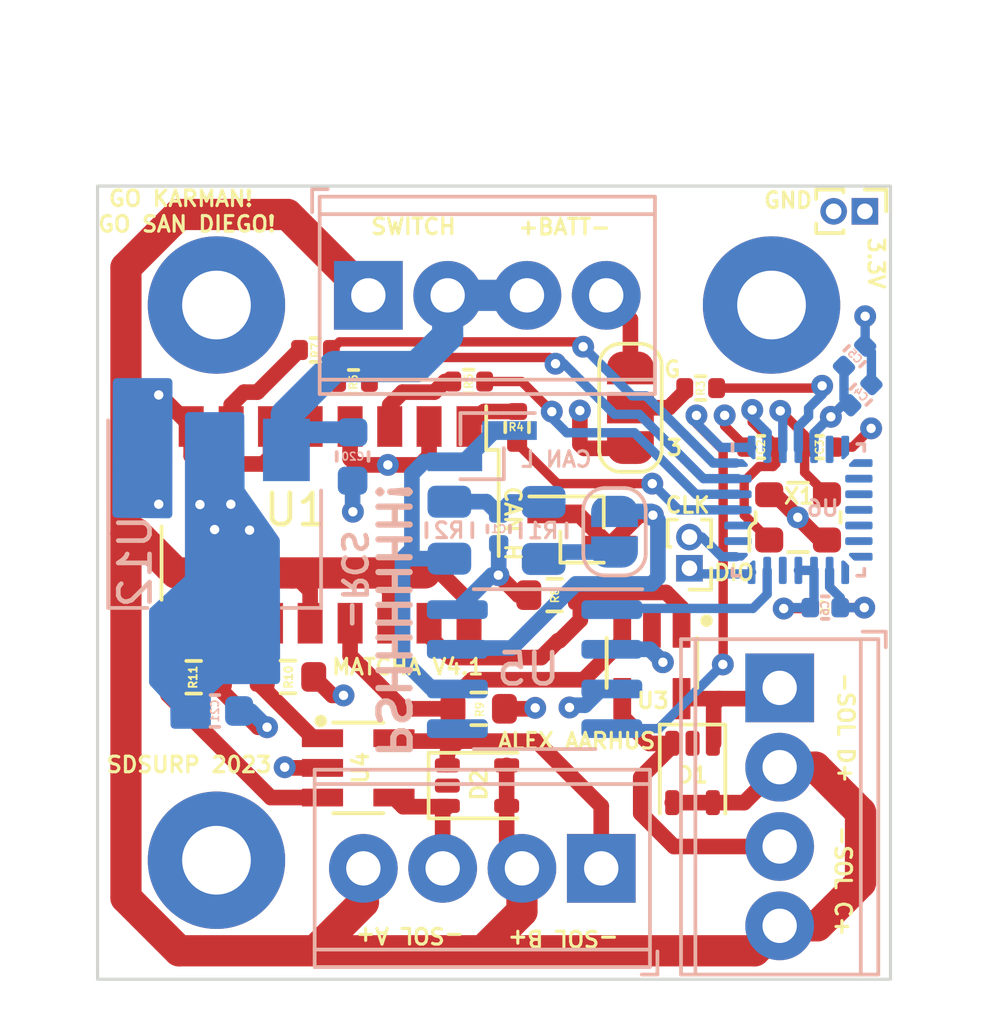
<source format=kicad_pcb>
(kicad_pcb (version 20221018) (generator pcbnew)
  (layers (0 "F.Cu" signal) (1 "In1.Cu" power) (2 "In2.Cu" power) (31 "B.Cu" signal) (34 "B.Paste" user) (35 "F.Paste" user) (36 "B.SilkS" user "B.Silkscreen") (37 "F.SilkS" user "F.Silkscreen") (38 "B.Mask" user) (39 "F.Mask" user) (44 "Edge.Cuts" user))
  (net 0 "")
  (net 1 "Net-(C1-Pad1)")
  (net 2 "GND")
  (net 3 "RCC_OSC_IN")
  (net 4 "RCC_OSC_OUT")
  (net 5 "3.3V")
  (net 6 "BATT+")
  (net 7 "SOLA")
  (net 9 "SOLB")
  (net 10 "PWR")
  (net 11 "SOLC")
  (net 13 "SOLD")
  (net 14 "CAN_L")
  (net 15 "CAN_H")
  (net 16 "SYS_JTCK_SWCLK")
  (net 17 "SYS_JTMS-SWDIO")
  (net 18 "Net-(R1-Pad1)")
  (net 19 "BOOT0")
  (net 20 "Net-(R3-Pad2)")
  (net 21 "Net-(R4-Pad1)")
  (net 22 "SOL_D_ENABLE")
  (net 23 "Net-(R5-Pad1)")
  (net 24 "SOL_C_ENABLE")
  (net 25 "Net-(R6-Pad1)")
  (net 26 "SOL_B_ENABLE")
  (net 27 "Net-(R7-Pad1)")
  (net 28 "SOL_A_ENABLE")
  (net 29 "Net-(R8-Pad2)")
  (net 30 "Net-(R9-Pad2)")
  (net 31 "Net-(R10-Pad2)")
  (net 32 "Net-(R11-Pad2)")
  (net 33 "CAN_TX")
  (net 34 "CAN_RX")
  (footprint "Capacitor_SMD:C_0402_1005Metric" (layer "F.Cu") (at 46.65 33.76 180)
    (fp_text reference "C2")
    (fp_text value "20pF")
  )
  (footprint "Resistor_SMD:R_0402_1005Metric" (layer "F.Cu") (at 37.29 31.66)
    (fp_text reference "R5")
    (fp_text value "R")
  )
  (footprint "Resistor_SMD:R_0402_1005Metric" (layer "F.Cu") (at 32.38 30.65)
    (fp_text reference "R7")
    (fp_text value "R")
  )
  (footprint "QS5K2TR:SOT95P280X100-5N" (layer "F.Cu") (at 43.1575 40.67 -90)
    (fp_text reference "U3")
    (fp_text value "QS5K2TR")
  )
  (footprint "MountingHole:MountingHole_2.2mm_M2_Pad_TopBottom" (layer "F.Cu") (at 46.99 29.21)
    (fp_text reference "H2" hide)
    (fp_text value "MountingHole_Pad")
  )
  (footprint "Jumper:SolderJumper-3_P1.3mm_Open_RoundedPad1.0x1.5mm_NumberLabels" (layer "F.Cu") (at 42.47 32.5 -90)
    (fp_text reference "SW2" hide)
    (fp_text value "SW_SPDT")
  )
  (footprint "Capacitor_SMD:C_0402_1005Metric" (layer "F.Cu") (at 48.53 33.76)
    (fp_text reference "C3")
    (fp_text value "20pF")
  )
  (footprint "Connector_PinHeader_1.00mm:PinHeader_1x02_P1.00mm_Vertical" (layer "F.Cu") (at 49.98 26.21 -90)
    (fp_text reference "J6" hide)
    (fp_text value "Conn_01x02_Male")
  )
  (footprint "Resistor_SMD:R_0402_1005Metric" (layer "F.Cu") (at 38.84 33.13 -90)
    (fp_text reference "R4")
    (fp_text value "R")
  )
  (footprint "QS5K2TR:SOT95P280X100-5N" (layer "F.Cu") (at 33.75 44.0325)
    (fp_text reference "U4")
    (fp_text value "QS5K2TR")
  )
  (footprint "Oscillator:Oscillator_SMD_ECS_2520MV-xxx-xx-4Pin_2.5x2.0mm" (layer "F.Cu") (at 47.84 36.01 90)
    (fp_text reference "X1")
    (fp_text value "ECS-2520MV-xxx-xx")
  )
  (footprint "MountingHole:MountingHole_2.2mm_M2_Pad_TopBottom" (layer "F.Cu") (at 29.21 29.21)
    (fp_text reference "H1" hide)
    (fp_text value "MountingHole_Pad")
  )
  (footprint "Resistor_SMD:R_0402_1005Metric" (layer "F.Cu") (at 33.6 31.67)
    (fp_text reference "R6")
    (fp_text value "R")
  )
  (footprint "CVJ10F30:CVJ10F30" (layer "F.Cu") (at 45.11 45.145 180)
    (fp_text reference "D1")
    (fp_text value "CVJ10F30")
  )
  (footprint "Resistor_SMD:R_0603_1608Metric" (layer "F.Cu") (at 28.48 41.13 180)
    (fp_text reference "R11")
    (fp_text value "R")
  )
  (footprint "Package_SO:SOP-16_4.4x10.4mm_P1.27mm" (layer "F.Cu") (at 32.85 36.25 -90)
    (fp_text reference "U1")
    (fp_text value "LTV-247")
  )
  (footprint "Resistor_SMD:R_0603_1608Metric" (layer "F.Cu") (at 40.04 38.5)
    (fp_text reference "R8")
    (fp_text value "R")
  )
  (footprint "CVJ10F30:CVJ10F30" (layer "F.Cu") (at 38.505 43.95 -90)
    (fp_text reference "D2")
    (fp_text value "CVJ10F30")
  )
  (footprint "Resistor_SMD:R_0402_1005Metric" (layer "F.Cu") (at 44.72 31.87 180)
    (fp_text reference "R3")
    (fp_text value "10k")
  )
  (footprint "Capacitor_SMD:C_0402_1005Metric" (layer "F.Cu") (at 48.71 38.9)
    (fp_text reference "C7")
    (fp_text value "10nF")
  )
  (footprint "MountingHole:MountingHole_2.2mm_M2_Pad_TopBottom" (layer "F.Cu") (at 29.21 46.99)
    (fp_text reference "H3" hide)
    (fp_text value "MountingHole_Pad")
  )
  (footprint "Connector_PinHeader_1.00mm:PinHeader_1x02_P1.00mm_Vertical" (layer "F.Cu") (at 44.36 37.64 180)
    (fp_text reference "J5" hide)
    (fp_text value "Conn_01x02_Male")
  )
  (footprint "Resistor_SMD:R_0603_1608Metric" (layer "F.Cu") (at 31.5 41.12 180)
    (fp_text reference "R10")
    (fp_text value "R")
  )
  (footprint "Resistor_SMD:R_0603_1608Metric" (layer "F.Cu") (at 37.61 42.14 180)
    (fp_text reference "R9")
    (fp_text value "R")
  )
  (footprint "Connector_PinHeader_1.00mm:PinHeader_1x02_P1.00mm_Vertical_SMD_Pin1Left" (layer "F.Cu") (at 40.92 36.4)
    (fp_text reference "J7" hide)
    (fp_text value "Conn_01x02_Female")
  )
  (footprint "Jumper:SolderJumper-2_P1.3mm_Open_RoundedPad1.0x1.5mm" (layer "B.Cu") (at 41.96 36.47 90)
    (fp_text reference "SW1" hide)
    (fp_text value "SW_SPST")
  )
  (footprint "Package_DFN_QFN:QFN-28_4x4mm_P0.5mm" (layer "B.Cu") (at 47.85 35.77 -90)
    (fp_text reference "U6")
    (fp_text value "STM32F042G4Ux")
  )
  (footprint "Connector_PinHeader_1.00mm:PinHeader_1x02_P1.00mm_Vertical_SMD_Pin1Left" (layer "B.Cu") (at 37.72 33.73 180)
    (fp_text reference "J1" hide)
    (fp_text value "Conn_01x02_Female")
  )
  (footprint "Capacitor_SMD:C_0402_1005Metric" (layer "B.Cu") (at 49.65 30.85 45)
    (fp_text reference "C5")
    (fp_text value "1uF")
  )
  (footprint "TerminalBlock_Phoenix:TerminalBlock_Phoenix_MPT-0,5-4-2.54_1x04_P2.54mm_Horizontal" (layer "B.Cu") (at 47.25 41.47 -90)
    (fp_text reference "J3" hide)
    (fp_text value "SOL B")
  )
  (footprint "Capacitor_SMD:C_0402_1005Metric" (layer "B.Cu") (at 48.71 38.9)
    (fp_text reference "C6")
    (fp_text value ".1uF")
  )
  (footprint "Capacitor_SMD:C_0402_1005Metric" (layer "B.Cu") (at 49.85 32.08 45)
    (fp_text reference "C4")
    (fp_text value "4u7")
  )
  (footprint "Capacitor_SMD:C_0603_1608Metric" (layer "B.Cu") (at 33.57 34.06 -90)
    (fp_text reference "C20")
    (fp_text value "100nF")
  )
  (footprint "Package_SO:SOIC-8_3.9x4.9mm_P1.27mm" (layer "B.Cu") (at 39.4 40.87 180)
    (fp_text reference "U5")
    (fp_text value "SN65HVD230")
  )
  (footprint "Package_TO_SOT_SMD:SOT-223-3_TabPin2" (layer "B.Cu") (at 29.15 37 -90)
    (fp_text reference "U12")
    (fp_text value "NCP1117-3.3_SOT223")
  )
  (footprint "TerminalBlock_Phoenix:TerminalBlock_Phoenix_MPT-0,5-4-2.54_1x04_P2.54mm_Horizontal" (layer "B.Cu") (at 34.075 28.9)
    (fp_text reference "J4" hide)
    (fp_text value "Screw_Terminal_01x04")
  )
  (footprint "Resistor_SMD:R_0805_2012Metric" (layer "B.Cu") (at 36.67 36.42 -90)
    (fp_text reference "R2")
    (fp_text value "60 ohm")
  )
  (footprint "TerminalBlock_Phoenix:TerminalBlock_Phoenix_MPT-0,5-4-2.54_1x04_P2.54mm_Horizontal" (layer "B.Cu") (at 41.535 47.25 180)
    (fp_text reference "J2" hide)
    (fp_text value "SOL A")
  )
  (footprint "Resistor_SMD:R_0805_2012Metric" (layer "B.Cu") (at 39.69 36.43 90)
    (fp_text reference "R1")
    (fp_text value "60 ohm")
  )
  (footprint "Capacitor_SMD:C_0603_1608Metric" (layer "B.Cu") (at 29.16 42.21)
    (fp_text reference "C21")
    (fp_text value "10uF")
  )
  (footprint "Capacitor_SMD:C_0402_1005Metric" (layer "B.Cu") (at 38.25 36.38 -90)
    (fp_text reference "C1")
    (fp_text value "4.7nF")
  )
  (gr_rect (start 25.4 25.4) (end 50.8 50.8) (stroke (width 0.1)) (fill none) (layer "Edge.Cuts"))
  (gr_text "-RCS" (at 33.61 38.01 270) (layer "B.SilkS") (effects (font (size 0.75 0.75)) (justify mirror)))
  (gr_text "CAN L" (at 40.1 34.15) (layer "B.SilkS") (effects (font (size 0.5 0.5) (thickness 0.1)) (justify mirror)))
  (gr_text "PSHHHHHH!" (at 34.85 39.31 270) (layer "B.SilkS") (effects (font (size 1 1) (thickness 0.2)) (justify mirror)))
  (gr_text "SWITCH" (at 35.52 26.7) (layer "F.SilkS") (effects (font (size 0.5 0.5) (thickness 0.1))))
  (gr_text "DIO" (at 45.79 37.78) (layer "F.SilkS") (effects (font (size 0.5 0.5) (thickness 0.1))))
  (gr_text "ALEX AARHUS" (at 40.75 43.17) (layer "F.SilkS") (effects (font (size 0.5 0.5) (thickness 0.1))))
  (gr_text "G" (at 43.81 31.27) (layer "F.SilkS") (effects (font (size 0.5 0.5) (thickness 0.1))))
  (gr_text "-SOL B+" (at 40.315001 49.49 180) (layer "F.SilkS") (effects (font (size 0.5 0.5) (thickness 0.1))))
  (gr_text "CAN H" (at 38.7 36.21 -90) (layer "F.SilkS") (effects (font (size 0.5 0.5) (thickness 0.1))))
  (gr_text "GND" (at 47.52 25.86) (layer "F.SilkS") (effects (font (size 0.5 0.5) (thickness 0.1))))
  (gr_text "GO KARMAN! " (at 28.26 25.799999) (layer "F.SilkS") (effects (font (size 0.5 0.5) (thickness 0.1))))
  (gr_text "-SOL A+" (at 35.405001 49.4 180) (layer "F.SilkS") (effects (font (size 0.5 0.5) (thickness 0.1))))
  (gr_text "-SOL C+" (at 49.28 47.66 270) (layer "F.SilkS") (effects (font (size 0.5 0.5) (thickness 0.1))))
  (gr_text "+BATT- " (at 40.55 26.71) (layer "F.SilkS") (effects (font (size 0.5 0.5) (thickness 0.1))))
  (gr_text "3" (at 43.88 33.78) (layer "F.SilkS") (effects (font (size 0.5 0.5) (thickness 0.1))))
  (gr_text "CLK" (at 44.3 35.62) (layer "F.SilkS") (effects (font (size 0.5 0.5) (thickness 0.1))))
  (gr_text "SDSURP 2023" (at 28.33 43.93) (layer "F.SilkS") (effects (font (size 0.5 0.5) (thickness 0.1))))
  (gr_text "3.3V" (at 50.34 27.87 -90) (layer "F.SilkS") (effects (font (size 0.5 0.5) (thickness 0.1))))
  (gr_text "-SOL D+" (at 49.37 42.75 270) (layer "F.SilkS") (effects (font (size 0.5 0.5) (thickness 0.1))))
  (gr_text "MATCHA V4.1" (at 35.34 40.8) (layer "F.SilkS") (effects (font (size 0.5 0.5) (thickness 0.1))))
  (gr_text "GO SAN DIEGO!" (at 28.26 26.62) (layer "F.SilkS") (effects (font (size 0.5 0.5) (thickness 0.1))))
  (segment (start 37.8575 35.5075) (end 38.25 35.9) (width 0.5) (layer "B.Cu") (net 1))
  (segment (start 39.69 35.5175) (end 38.6325 35.5175) (width 0.5) (layer "B.Cu") (net 1))
  (segment (start 38.6325 35.5175) (end 38.25 35.9) (width 0.5) (layer "B.Cu") (net 1))
  (segment (start 36.67 35.5075) (end 37.8575 35.5075) (width 0.5) (layer "B.Cu") (net 1))
  (segment (start 42.47 31.2) (end 42.47 29.675) (width 0.5) (layer "F.Cu") (net 2))
  (segment (start 49.19 38.9) (end 49.96 38.9) (width 0.3) (layer "F.Cu") (net 2))
  (segment (start 46.915 35.285) (end 47.105 35.285) (width 0.5) (layer "F.Cu") (net 2))
  (segment (start 47.105 35.285) (end 47.83 36.01) (width 0.5) (layer "F.Cu") (net 2))
  (segment (start 30.54 42.73) (end 29.305 41.495) (width 0.5) (layer "F.Cu") (net 2))
  (segment (start 30.71 34.3) (end 28.66 34.3) (width 0.5) (layer "F.Cu") (net 2))
  (segment (start 33.279312 41.710688) (end 32.915688 41.710688) (width 0.5) (layer "F.Cu") (net 2))
  (segment (start 39.39 42.14) (end 39.42 42.11) (width 0.5) (layer "F.Cu") (net 2))
  (segment (start 34.7 34.33) (end 33.69 34.33) (width 0.5) (layer "F.Cu") (net 2))
  (segment (start 29.305 41.495) (end 29.305 41.13) (width 0.5) (layer "F.Cu") (net 2))
  (segment (start 49.58 33.76) (end 50.18 33.16) (width 0.3) (layer "F.Cu") (net 2))
  (segment (start 48.555 36.735) (end 47.83 36.01) (width 0.5) (layer "F.Cu") (net 2))
  (segment (start 32.915688 41.710688) (end 32.325 41.12) (width 0.5) (layer "F.Cu") (net 2))
  (segment (start 32.605 44.0325) (end 31.4175 44.0325) (width 0.5) (layer "F.Cu") (net 2))
  (segment (start 35.73 34.33) (end 36.02 34.04) (width 0.5) (layer "F.Cu") (net 2))
  (segment (start 33.69 34.33) (end 33.49 34.13) (width 0.5) (layer "F.Cu") (net 2))
  (segment (start 38.24 37.86) (end 38.88 38.5) (width 0.5) (layer "F.Cu") (net 2))
  (segment (start 27.3595 32.09) (end 27.39 32.09) (width 0.5) (layer "F.Cu") (net 2))
  (segment (start 48.765 36.735) (end 48.555 36.735) (width 0.5) (layer "F.Cu") (net 2))
  (segment (start 45.488602 33.078602) (end 46.17 33.76) (width 0.3) (layer "F.Cu") (net 2))
  (segment (start 28.4 34.04) (end 28.4 33.1) (width 0.5) (layer "F.Cu") (net 2))
  (segment (start 27.39 32.09) (end 28.4 33.1) (width 0.5) (layer "F.Cu") (net 2))
  (segment (start 36.02 34.04) (end 36.02 33.1) (width 0.5) (layer "F.Cu") (net 2))
  (segment (start 30.83 42.73) (end 30.54 42.73) (width 0.5) (layer "F.Cu") (net 2))
  (segment (start 43.15 39.5325) (end 43.1575 39.525) (width 0.5) (layer "F.Cu") (net 2))
  (segment (start 43.51 40.65) (end 43.15 40.29) (width 0.5) (layer "F.Cu") (net 2))
  (segment (start 42.47 29.675) (end 41.695 28.9) (width 0.5) (layer "F.Cu") (net 2))
  (segment (start 34.7 34.33) (end 35.73 34.33) (width 0.5) (layer "F.Cu") (net 2))
  (segment (start 33.49 34.13) (end 33.49 33.1) (width 0.5) (layer "F.Cu") (net 2))
  (segment (start 30.94 34.07) (end 30.71 34.3) (width 0.5) (layer "F.Cu") (net 2))
  (segment (start 38.88 38.5) (end 39.215 38.5) (width 0.5) (layer "F.Cu") (net 2))
  (segment (start 30.94 33.1) (end 30.94 34.07) (width 0.5) (layer "F.Cu") (net 2))
  (segment (start 31.4175 44.0325) (end 31.395 44.01) (width 0.5) (layer "F.Cu") (net 2))
  (segment (start 28.66 34.3) (end 28.4 34.04) (width 0.5) (layer "F.Cu") (net 2))
  (segment (start 43.15 40.29) (end 43.15 39.5325) (width 0.5) (layer "F.Cu") (net 2))
  (segment (start 49.01 33.76) (end 49.58 33.76) (width 0.3) (layer "F.Cu") (net 2))
  (segment (start 45.488602 32.744008) (end 45.488602 33.078602) (width 0.3) (layer "F.Cu") (net 2))
  (segment (start 38.435 42.14) (end 39.39 42.14) (width 0.5) (layer "F.Cu") (net 2))
  (via (at 49.96 38.9) (size 0.7) (drill 0.3) (layers "F.Cu" "B.Cu") (net 2))
  (via (at 39.42 42.11) (size 0.7) (drill 0.3) (layers "F.Cu" "B.Cu") (net 2))
  (via (at 30.83 42.73) (size 0.7) (drill 0.3) (layers "F.Cu" "B.Cu") (net 2))
  (via (at 33.58 35.83) (size 0.7) (drill 0.3) (layers "F.Cu" "B.Cu") (net 2))
  (via (at 38.24 37.86) (size 0.7) (drill 0.3) (layers "F.Cu" "B.Cu") (net 2))
  (via (at 33.279312 41.710688) (size 0.7) (drill 0.3) (layers "F.Cu" "B.Cu") (net 2))
  (via (at 31.395 44.01) (size 0.7) (drill 0.3) (layers "F.Cu" "B.Cu") (net 2))
  (via (at 45.488602 32.744008) (size 0.7) (drill 0.3) (layers "F.Cu" "B.Cu") (net 2))
  (via (at 27.3595 32.09) (size 0.7) (drill 0.3) (layers "F.Cu" "B.Cu") (net 2))
  (via (at 27.3595 35.589284) (size 0.7) (drill 0.3) (layers "F.Cu" "B.Cu") (net 2))
  (via (at 43.51 40.65) (size 0.7) (drill 0.3) (layers "F.Cu" "B.Cu") (net 2))
  (via (at 47.83 36.01) (size 0.7) (drill 0.3) (layers "F.Cu" "B.Cu") (net 2))
  (via (at 34.7 34.33) (size 0.7) (drill 0.3) (layers "F.Cu" "B.Cu") (net 2))
  (via (at 49.989411 29.569411) (size 0.7) (drill 0.3) (layers "F.Cu" "B.Cu") (net 2))
  (via (at 50.18 33.16) (size 0.7) (drill 0.3) (layers "F.Cu" "B.Cu") (net 2))
  (segment (start 30.32 42.22) (end 29.945 42.22) (width 0.5) (layer "B.Cu") (net 2))
  (segment (start 49.19 38.578614) (end 49.19 38.9) (width 0.3) (layer "B.Cu") (net 2))
  (segment (start 38.24 37.86) (end 38.03 37.86) (width 0.5) (layer "B.Cu") (net 2))
  (segment (start 38.25 37.85) (end 38.24 37.86) (width 0.5) (layer "B.Cu") (net 2))
  (segment (start 30.83 42.73) (end 30.32 42.22) (width 0.5) (layer "B.Cu") (net 2))
  (segment (start 33.57 35.82) (end 33.58 35.83) (width 0.5) (layer "B.Cu") (net 2))
  (segment (start 43.095 40.235) (end 41.875 40.235) (width 0.5) (layer "B.Cu") (net 2))
  (segment (start 49.19 38.9) (end 49.96 38.9) (width 0.3) (layer "B.Cu") (net 2))
  (segment (start 50.189411 31.740589) (end 50.189411 30.710589) (width 0.3) (layer "B.Cu") (net 2))
  (segment (start 48.85 37.7075) (end 48.85 38.238614) (width 0.3) (layer "B.Cu") (net 2))
  (segment (start 29.945 42.22) (end 29.935 42.21) (width 0.5) (layer "B.Cu") (net 2))
  (segment (start 38.25 36.86) (end 38.25 37.85) (width 0.5) (layer "B.Cu") (net 2))
  (segment (start 49.989411 30.510589) (end 49.989411 29.569411) (width 0.3) (layer "B.Cu") (net 2))
  (segment (start 48.85 38.238614) (end 49.19 38.578614) (width 0.3) (layer "B.Cu") (net 2))
  (segment (start 43.51 40.65) (end 43.095 40.235) (width 0.5) (layer "B.Cu") (net 2))
  (segment (start 33.57 34.835) (end 33.57 35.82) (width 0.5) (layer "B.Cu") (net 2))
  (segment (start 50.189411 30.710589) (end 49.989411 30.510589) (width 0.3) (layer "B.Cu") (net 2))
  (segment (start 38.03 37.86) (end 36.925 38.965) (width 0.5) (layer "B.Cu") (net 2))
  (segment (start 46.115 35.935) (end 46.915 36.735) (width 0.3) (layer "F.Cu") (net 3))
  (segment (start 47.13 33.717035) (end 47.13 33.76) (width 0.3) (layer "F.Cu") (net 3))
  (segment (start 46.371015 32.95805) (end 47.13 33.717035) (width 0.3) (layer "F.Cu") (net 3))
  (segment (start 46.592183 34.38) (end 46.115 34.857183) (width 0.3) (layer "F.Cu") (net 3))
  (segment (start 47.04 34.38) (end 46.592183 34.38) (width 0.3) (layer "F.Cu") (net 3))
  (segment (start 46.115 34.857183) (end 46.115 35.935) (width 0.3) (layer "F.Cu") (net 3))
  (segment (start 47.13 33.76) (end 47.13 34.29) (width 0.3) (layer "F.Cu") (net 3))
  (segment (start 47.13 34.29) (end 47.04 34.38) (width 0.3) (layer "F.Cu") (net 3))
  (segment (start 46.371015 32.5695) (end 46.371015 32.95805) (width 0.3) (layer "F.Cu") (net 3))
  (via (at 46.371015 32.5695) (size 0.7) (drill 0.3) (layers "F.Cu" "B.Cu") (net 3))
  (segment (start 46.371015 32.5695) (end 46.371015 32.822401) (width 0.3) (layer "B.Cu") (net 3))
  (segment (start 46.371015 32.822401) (end 46.85 33.301386) (width 0.3) (layer "B.Cu") (net 3))
  (segment (start 46.85 33.301386) (end 46.85 33.8325) (width 0.3) (layer "B.Cu") (net 3))
  (segment (start 47.27 32.6) (end 48.05 33.38) (width 0.3) (layer "F.Cu") (net 4))
  (segment (start 48.05 33.76) (end 48.05 34.57) (width 0.3) (layer "F.Cu") (net 4))
  (segment (start 48.05 33.38) (end 48.05 33.76) (width 0.3) (layer "F.Cu") (net 4))
  (segment (start 48.05 34.57) (end 48.765 35.285) (width 0.3) (layer "F.Cu") (net 4))
  (via (at 47.27 32.6) (size 0.7) (drill 0.3) (layers "F.Cu" "B.Cu") (net 4))
  (segment (start 47.35 32.68) (end 47.35 33.8325) (width 0.3) (layer "B.Cu") (net 4))
  (segment (start 47.27 32.6) (end 47.35 32.68) (width 0.3) (layer "B.Cu") (net 4))
  (segment (start 47.38 38.93) (end 48.2 38.93) (width 0.3) (layer "F.Cu") (net 5))
  (segment (start 40.85 33.67) (end 40.98 33.8) (width 0.5) (layer "F.Cu") (net 5))
  (segment (start 40.98 33.8) (end 42.47 33.8) (width 0.5) (layer "F.Cu") (net 5))
  (segment (start 48.2 38.93) (end 48.23 38.9) (width 0.3) (layer "F.Cu") (net 5))
  (segment (start 40.85 32.59) (end 40.85 33.67) (width 0.5) (layer "F.Cu") (net 5))
  (via (at 48.89 32.79) (size 0.7) (drill 0.3) (layers "F.Cu" "B.Cu") (net 5))
  (via (at 40.517312 42.097747) (size 0.7) (drill 0.3) (layers "F.Cu" "B.Cu") (net 5))
  (via (at 28.68 35.6) (size 0.7) (drill 0.3) (layers "F.Cu" "B.Cu") (net 5))
  (via (at 30.27 36.42) (size 0.7) (drill 0.3) (layers "F.Cu" "B.Cu") (net 5))
  (via (at 29.15 36.4) (size 0.7) (drill 0.3) (layers "F.Cu" "B.Cu") (net 5))
  (via (at 40.85 32.59) (size 0.7) (drill 0.3) (layers "F.Cu" "B.Cu") (net 5))
  (via (at 29.67 35.59) (size 0.7) (drill 0.3) (layers "F.Cu" "B.Cu") (net 5))
  (via (at 47.38 38.93) (size 0.7) (drill 0.3) (layers "F.Cu" "B.Cu") (net 5))
  (segment (start 49.260589 32.419411) (end 49.510589 32.419411) (width 0.3) (layer "B.Cu") (net 5))
  (segment (start 48.23 38.9) (end 47.41 38.9) (width 0.3) (layer "B.Cu") (net 5))
  (segment (start 49.310589 31.189411) (end 49.310589 32.219411) (width 0.3) (layer "B.Cu") (net 5))
  (segment (start 47.41 38.9) (end 47.38 38.93) (width 0.3) (layer "B.Cu") (net 5))
  (segment (start 40.590059 42.025) (end 41.015 42.025) (width 0.5) (layer "B.Cu") (net 5))
  (segment (start 48.89 32.79) (end 49.260589 32.419411) (width 0.3) (layer "B.Cu") (net 5))
  (segment (start 41.015 42.025) (end 41.575 41.465) (width 0.5) (layer "B.Cu") (net 5))
  (segment (start 48.35 33.311637) (end 48.35 33.8325) (width 0.3) (layer "B.Cu") (net 5))
  (segment (start 48.89 32.79) (end 48.871637 32.79) (width 0.3) (layer "B.Cu") (net 5))
  (segment (start 48.35 37.7075) (end 48.35 38.78) (width 0.3) (layer "B.Cu") (net 5))
  (segment (start 47.85 37.7075) (end 48.35 37.7075) (width 0.3) (layer "B.Cu") (net 5))
  (segment (start 48.35 38.78) (end 48.23 38.9) (width 0.3) (layer "B.Cu") (net 5))
  (segment (start 40.517312 42.097747) (end 40.590059 42.025) (width 0.5) (layer "B.Cu") (net 5))
  (segment (start 49.310589 32.219411) (end 49.510589 32.419411) (width 0.3) (layer "B.Cu") (net 5))
  (segment (start 48.871637 32.79) (end 48.35 33.311637) (width 0.3) (layer "B.Cu") (net 5))
  (segment (start 31.45 32.72) (end 32.99 31.18) (width 1) (layer "B.Cu") (net 6))
  (segment (start 31.45 33.85) (end 31.45 32.72) (width 1) (layer "B.Cu") (net 6))
  (segment (start 32.99 31.18) (end 35.63 31.18) (width 1) (layer "B.Cu") (net 6))
  (segment (start 32.015 33.285) (end 31.45 33.85) (width 0.7) (layer "B.Cu") (net 6))
  (segment (start 33.57 33.285) (end 32.015 33.285) (width 0.7) (layer "B.Cu") (net 6))
  (segment (start 39.155 28.9) (end 36.615 28.9) (width 1) (layer "B.Cu") (net 6))
  (segment (start 35.63 31.18) (end 36.615 30.195) (width 1) (layer "B.Cu") (net 6))
  (segment (start 36.615 30.195) (end 36.615 28.9) (width 1) (layer "B.Cu") (net 6))
  (segment (start 36.455 45.425) (end 36.455 47.25) (width 0.5) (layer "F.Cu") (net 7))
  (segment (start 35.1875 45.275) (end 36.605 45.275) (width 0.5) (layer "F.Cu") (net 7))
  (segment (start 36.605 45.275) (end 36.455 45.425) (width 0.5) (layer "F.Cu") (net 7))
  (segment (start 34.895 44.9825) (end 35.1875 45.275) (width 0.5) (layer "F.Cu") (net 7))
  (segment (start 37.095 43.175) (end 36.965 43.175) (width 0.5) (layer "F.Cu") (net 9))
  (segment (start 39.455 43.175) (end 37.095 43.175) (width 0.5) (layer "F.Cu") (net 9))
  (segment (start 36.965 43.175) (end 36.605 43.535) (width 0.5) (layer "F.Cu") (net 9))
  (segment (start 36.605 43.535) (end 36.605 43.925) (width 0.5) (layer "F.Cu") (net 9))
  (segment (start 41.535 47.25) (end 41.535 45.255) (width 0.5) (layer "F.Cu") (net 9))
  (segment (start 41.535 45.255) (end 39.455 43.175) (width 0.5) (layer "F.Cu") (net 9))
  (segment (start 37.095 43.175) (end 34.9875 43.175) (width 0.5) (layer "F.Cu") (net 9))
  (segment (start 34.9875 43.175) (end 34.895 43.0825) (width 0.5) (layer "F.Cu") (net 9))
  (segment (start 28.00878 26.31) (end 26.31 28.00878) (width 1) (layer "F.Cu") (net 10))
  (segment (start 26.31 36.53) (end 26.31 48.19122) (width 1) (layer "F.Cu") (net 10))
  (segment (start 26.31 36.53) (end 26.65 36.53) (width 1) (layer "F.Cu") (net 10))
  (segment (start 32.21 39.4) (end 32.21 38.36) (width 0.5) (layer "F.Cu") (net 10))
  (segment (start 37.3 39.4) (end 37.3 38.7) (width 0.5) (layer "F.Cu") (net 10))
  (segment (start 32.57 49.69) (end 32.57 49.89) (width 1) (layer "F.Cu") (net 10))
  (segment (start 32.21 38.36) (end 31.64 37.79) (width 0.5) (layer "F.Cu") (net 10))
  (segment (start 38.505 45.25) (end 38.505 46.76) (width 0.5) (layer "F.Cu") (net 10))
  (segment (start 28.00878 49.89) (end 32.57 49.89) (width 1) (layer "F.Cu") (net 10))
  (segment (start 33.915 47.25) (end 33.915 48.345) (width 1) (layer "F.Cu") (net 10))
  (segment (start 46.115 45.145) (end 47.25 44.01) (width 0.5) (layer "F.Cu") (net 10))
  (segment (start 38.995 47.25) (end 38.995 48.635) (width 1) (layer "F.Cu") (net 10))
  (segment (start 34.075 28.9) (end 31.485 26.31) (width 1) (layer "F.Cu") (net 10))
  (segment (start 34.19 37.79) (end 35.89 37.79) (width 1) (layer "F.Cu") (net 10))
  (segment (start 48.46 49.09) (end 47.25 49.09) (width 1) (layer "F.Cu") (net 10))
  (segment (start 37.3 38.7) (end 36.39 37.79) (width 0.5) (layer "F.Cu") (net 10))
  (segment (start 32.57 49.89) (end 37.74 49.89) (width 1) (layer "F.Cu") (net 10))
  (segment (start 34.76 39.4) (end 34.76 38.36) (width 0.5) (layer "F.Cu") (net 10))
  (segment (start 38.995 48.635) (end 37.74 49.89) (width 1) (layer "F.Cu") (net 10))
  (segment (start 45.11 45.145) (end 46.115 45.145) (width 0.5) (layer "F.Cu") (net 10))
  (segment (start 27.91 37.79) (end 29.32 37.79) (width 1) (layer "F.Cu") (net 10))
  (segment (start 38.505 43.95) (end 38.505 45.25) (width 0.5) (layer "F.Cu") (net 10))
  (segment (start 31.485 26.31) (end 28.00878 26.31) (width 1) (layer "F.Cu") (net 10))
  (segment (start 38.505 46.76) (end 38.995 47.25) (width 0.5) (layer "F.Cu") (net 10))
  (segment (start 36.39 37.79) (end 35.89 37.79) (width 0.5) (layer "F.Cu") (net 10))
  (segment (start 33.915 48.345) (end 32.57 49.69) (width 1) (layer "F.Cu") (net 10))
  (segment (start 48.4 44.01) (end 49.84 45.45) (width 1) (layer "F.Cu") (net 10))
  (segment (start 31.64 37.79) (end 34.19 37.79) (width 1) (layer "F.Cu") (net 10))
  (segment (start 27.89 37.77) (end 27.91 37.79) (width 1) (layer "F.Cu") (net 10))
  (segment (start 26.31 48.19122) (end 28.00878 49.89) (width 1) (layer "F.Cu") (net 10))
  (segment (start 43.81 45.145) (end 45.11 45.145) (width 0.5) (layer "F.Cu") (net 10))
  (segment (start 26.31 28.00878) (end 26.31 36.53) (width 1) (layer "F.Cu") (net 10))
  (segment (start 37.74 49.89) (end 46.45 49.89) (width 1) (layer "F.Cu") (net 10))
  (segment (start 47.25 44.01) (end 48.4 44.01) (width 1) (layer "F.Cu") (net 10))
  (segment (start 49.84 45.45) (end 49.84 47.71) (width 1) (layer "F.Cu") (net 10))
  (segment (start 29.32 37.79) (end 31.64 37.79) (width 1) (layer "F.Cu") (net 10))
  (segment (start 26.65 36.53) (end 27.89 37.77) (width 1) (layer "F.Cu") (net 10))
  (segment (start 29.68 38.15) (end 29.32 37.79) (width 0.5) (layer "F.Cu") (net 10))
  (segment (start 34.76 38.36) (end 34.19 37.79) (width 0.5) (layer "F.Cu") (net 10))
  (segment (start 29.68 39.4) (end 29.68 38.15) (width 0.5) (layer "F.Cu") (net 10))
  (segment (start 46.45 49.89) (end 47.25 49.09) (width 1) (layer "F.Cu") (net 10))
  (segment (start 49.84 47.71) (end 48.46 49.09) (width 1) (layer "F.Cu") (net 10))
  (segment (start 42.2075 42.3875) (end 42.2075 41.815) (width 0.5) (layer "F.Cu") (net 11))
  (segment (start 43.07 43.25) (end 42.2075 42.3875) (width 0.5) (layer "F.Cu") (net 11))
  (segment (start 42.8 44.34) (end 43.785 43.355) (width 0.5) (layer "F.Cu") (net 11))
  (segment (start 43.785 43.25) (end 43.07 43.25) (width 0.5) (layer "F.Cu") (net 11))
  (segment (start 43.861419 46.55) (end 42.8 45.488581) (width 0.5) (layer "F.Cu") (net 11))
  (segment (start 43.785 43.355) (end 43.785 43.25) (width 0.5) (layer "F.Cu") (net 11))
  (segment (start 42.8 45.488581) (end 42.8 44.34) (width 0.5) (layer "F.Cu") (net 11))
  (segment (start 47.25 46.55) (end 43.861419 46.55) (width 0.5) (layer "F.Cu") (net 11))
  (segment (start 45.315 41.815) (end 45.135 41.995) (width 0.5) (layer "F.Cu") (net 13))
  (segment (start 44.1075 41.815) (end 45.315 41.815) (width 0.5) (layer "F.Cu") (net 13))
  (segment (start 45.135 41.995) (end 45.135 43.245) (width 0.5) (layer "F.Cu") (net 13))
  (segment (start 45.315 41.815) (end 46.905 41.815) (width 0.5) (layer "F.Cu") (net 13))
  (segment (start 46.905 41.815) (end 47.25 41.47) (width 0.5) (layer "F.Cu") (net 13))
  (segment (start 35.17 37.335) (end 35.17 40.56) (width 0.5) (layer "B.Cu") (net 14))
  (segment (start 35.1675 37.3325) (end 35.17 37.335) (width 0.5) (layer "B.Cu") (net 14))
  (segment (start 35.86 34.23) (end 35.47 34.62) (width 0.5) (layer "B.Cu") (net 14))
  (segment (start 35.47 34.62) (end 35.47 37.03) (width 0.5) (layer "B.Cu") (net 14))
  (segment (start 38.13 33.23) (end 37.13 34.23) (width 0.5) (layer "B.Cu") (net 14))
  (segment (start 37.13 34.23) (end 36.845 34.23) (width 0.5) (layer "B.Cu") (net 14))
  (segment (start 36.075 41.465) (end 36.625 41.465) (width 0.5) (layer "B.Cu") (net 14))
  (segment (start 35.47 37.03) (end 35.1675 37.3325) (width 0.5) (layer "B.Cu") (net 14))
  (segment (start 35.1675 37.3325) (end 36.67 37.3325) (width 0.5) (layer "B.Cu") (net 14))
  (segment (start 35.17 40.56) (end 36.075 41.465) (width 0.5) (layer "B.Cu") (net 14))
  (segment (start 36.845 34.23) (end 35.86 34.23) (width 0.5) (layer "B.Cu") (net 14))
  (segment (start 38.595 33.23) (end 38.13 33.23) (width 0.5) (layer "B.Cu") (net 14))
  (segment (start 42.755199 35.939801) (end 41.795 36.9) (width 0.5) (layer "F.Cu") (net 15))
  (segment (start 43.190558 35.939801) (end 42.755199 35.939801) (width 0.5) (layer "F.Cu") (net 15))
  (segment (start 40.795 35.9) (end 41.795 36.9) (width 0.5) (layer "F.Cu") (net 15))
  (segment (start 40.045 35.9) (end 40.795 35.9) (width 0.5) (layer "F.Cu") (net 15))
  (via (at 43.190558 35.939801) (size 0.7) (drill 0.3) (layers "F.Cu" "B.Cu") (net 15))
  (segment (start 43.35 36.099243) (end 43.35 37.94) (width 0.5) (layer "B.Cu") (net 15))
  (segment (start 43.14 35.82) (end 41.96 35.82) (width 0.5) (layer "B.Cu") (net 15))
  (segment (start 40.72 38.14) (end 38.665 40.195) (width 0.5) (layer "B.Cu") (net 15))
  (segment (start 38.665 40.195) (end 36.625 40.195) (width 0.5) (layer "B.Cu") (net 15))
  (segment (start 43.190558 35.939801) (end 43.190558 35.870558) (width 0.5) (layer "B.Cu") (net 15))
  (segment (start 43.15 38.14) (end 40.72 38.14) (width 0.5) (layer "B.Cu") (net 15))
  (segment (start 43.190558 35.870558) (end 43.14 35.82) (width 0.5) (layer "B.Cu") (net 15))
  (segment (start 43.35 37.94) (end 43.15 38.14) (width 0.5) (layer "B.Cu") (net 15))
  (segment (start 43.190558 35.939801) (end 43.35 36.099243) (width 0.5) (layer "B.Cu") (net 15))
  (segment (start 45.391637 37.27) (end 44.761637 36.64) (width 0.3) (layer "B.Cu") (net 16))
  (segment (start 45.8525 37.27) (end 45.391637 37.27) (width 0.3) (layer "B.Cu") (net 16))
  (segment (start 44.761637 36.64) (end 44.36 36.64) (width 0.3) (layer "B.Cu") (net 16))
  (segment (start 46.2975 37.82) (end 44.54 37.82) (width 0.3) (layer "B.Cu") (net 17))
  (segment (start 44.54 37.82) (end 44.36 37.64) (width 0.3) (layer "B.Cu") (net 17))
  (segment (start 46.35 37.7675) (end 46.2975 37.82) (width 0.3) (layer "B.Cu") (net 17))
  (segment (start 41.96 37.12) (end 39.9125 37.12) (width 0.5) (layer "B.Cu") (net 18))
  (segment (start 39.9125 37.12) (end 39.69 37.3425) (width 0.5) (layer "B.Cu") (net 18))
  (segment (start 45.23 31.87) (end 48.537662 31.87) (width 0.3) (layer "F.Cu") (net 19))
  (segment (start 48.537662 31.87) (end 48.611089 31.796573) (width 0.3) (layer "F.Cu") (net 19))
  (via (at 48.611089 31.796573) (size 0.7) (drill 0.3) (layers "F.Cu" "B.Cu") (net 19))
  (segment (start 48.177266 32.512784) (end 48.611089 32.078961) (width 0.3) (layer "B.Cu") (net 19))
  (segment (start 47.85 33.104531) (end 48.177266 32.777265) (width 0.3) (layer "B.Cu") (net 19))
  (segment (start 48.177266 32.777265) (end 48.177266 32.512784) (width 0.3) (layer "B.Cu") (net 19))
  (segment (start 47.85 33.8325) (end 47.85 33.104531) (width 0.3) (layer "B.Cu") (net 19))
  (segment (start 48.611089 32.078961) (end 48.611089 31.796573) (width 0.3) (layer "B.Cu") (net 19))
  (segment (start 44.21 31.99) (end 44.21 31.87) (width 0.5) (layer "F.Cu") (net 20))
  (segment (start 42.47 32.5) (end 43.7 32.5) (width 0.5) (layer "F.Cu") (net 20))
  (segment (start 43.7 32.5) (end 44.21 31.99) (width 0.5) (layer "F.Cu") (net 20))
  (segment (start 37.3 33.1) (end 37.78 32.62) (width 0.5) (layer "F.Cu") (net 21))
  (segment (start 37.78 32.62) (end 38.84 32.62) (width 0.5) (layer "F.Cu") (net 21))
  (segment (start 38.84 33.64) (end 40.13 34.93) (width 0.3) (layer "F.Cu") (net 22))
  (segment (start 40.13 34.93) (end 43.17 34.93) (width 0.3) (layer "F.Cu") (net 22))
  (via (at 43.17 34.93) (size 0.7) (drill 0.3) (layers "F.Cu" "B.Cu") (net 22))
  (segment (start 45.9125 35.77) (end 44.01 35.77) (width 0.3) (layer "B.Cu") (net 22))
  (segment (start 44.01 35.77) (end 43.17 34.93) (width 0.3) (layer "B.Cu") (net 22))
  (segment (start 34.76 32.41) (end 35.17 32) (width 0.5) (layer "F.Cu") (net 23))
  (segment (start 36.53 31.66) (end 36.78 31.66) (width 0.5) (layer "F.Cu") (net 23))
  (segment (start 34.76 33.1) (end 34.76 32.41) (width 0.5) (layer "F.Cu") (net 23))
  (segment (start 36.19 32) (end 36.53 31.66) (width 0.5) (layer "F.Cu") (net 23))
  (segment (start 35.17 32) (end 36.19 32) (width 0.5) (layer "F.Cu") (net 23))
  (segment (start 38.987401 31.66) (end 37.8 31.66) (width 0.3) (layer "F.Cu") (net 24))
  (segment (start 39.95113 32.623729) (end 38.987401 31.66) (width 0.3) (layer "F.Cu") (net 24))
  (via (at 39.95113 32.623729) (size 0.7) (drill 0.3) (layers "F.Cu" "B.Cu") (net 24))
  (segment (start 39.95113 32.82118) (end 40.42995 33.3) (width 0.3) (layer "B.Cu") (net 24))
  (segment (start 42.6 33.3) (end 44.57 35.27) (width 0.3) (layer "B.Cu") (net 24))
  (segment (start 44.57 35.27) (end 45.9125 35.27) (width 0.3) (layer "B.Cu") (net 24))
  (segment (start 40.42995 33.3) (end 42.6 33.3) (width 0.3) (layer "B.Cu") (net 24))
  (segment (start 39.95113 32.623729) (end 39.95113 32.82118) (width 0.3) (layer "B.Cu") (net 24))
  (segment (start 32.21 31.67) (end 33.09 31.67) (width 0.5) (layer "F.Cu") (net 25))
  (segment (start 32.21 33.1) (end 32.21 31.67) (width 0.5) (layer "F.Cu") (net 25))
  (segment (start 39.8705 30.89) (end 34.89 30.89) (width 0.3) (layer "F.Cu") (net 26))
  (segment (start 34.89 30.89) (end 34.11 31.67) (width 0.3) (layer "F.Cu") (net 26))
  (segment (start 40.07 31.0895) (end 39.8705 30.89) (width 0.3) (layer "F.Cu") (net 26))
  (via (at 40.07 31.0895) (size 0.7) (drill 0.3) (layers "F.Cu" "B.Cu") (net 26))
  (segment (start 42.75 32.71) (end 44.81 34.77) (width 0.3) (layer "B.Cu") (net 26))
  (segment (start 44.81 34.77) (end 45.9125 34.77) (width 0.3) (layer "B.Cu") (net 26))
  (segment (start 40.07 31.0895) (end 40.33945 31.0895) (width 0.3) (layer "B.Cu") (net 26))
  (segment (start 40.33945 31.0895) (end 41.95995 32.71) (width 0.3) (layer "B.Cu") (net 26))
  (segment (start 41.95995 32.71) (end 42.75 32.71) (width 0.3) (layer "B.Cu") (net 26))
  (segment (start 30.09 32) (end 30.52 32) (width 0.5) (layer "F.Cu") (net 27))
  (segment (start 30.52 32) (end 31.87 30.65) (width 0.5) (layer "F.Cu") (net 27))
  (segment (start 29.68 33.1) (end 29.68 32.41) (width 0.5) (layer "F.Cu") (net 27))
  (segment (start 29.68 32.41) (end 30.09 32) (width 0.5) (layer "F.Cu") (net 27))
  (segment (start 33.15 30.39) (end 32.89 30.65) (width 0.3) (layer "F.Cu") (net 28))
  (segment (start 40.955 30.545) (end 40.8 30.39) (width 0.3) (layer "F.Cu") (net 28))
  (segment (start 40.955 30.545) (end 40.825 30.415) (width 0.3) (layer "F.Cu") (net 28))
  (segment (start 40.8 30.39) (end 33.15 30.39) (width 0.3) (layer "F.Cu") (net 28))
  (via (at 40.955 30.545) (size 0.7) (drill 0.3) (layers "F.Cu" "B.Cu") (net 28))
  (segment (start 40.955 30.545) (end 42.530706 32.120706) (width 0.3) (layer "B.Cu") (net 28))
  (segment (start 45.119294 34.27) (end 45.8525 34.27) (width 0.3) (layer "B.Cu") (net 28))
  (segment (start 42.97 32.120706) (end 45.119294 34.27) (width 0.3) (layer "B.Cu") (net 28))
  (segment (start 42.530706 32.120706) (end 42.97 32.120706) (width 0.3) (layer "B.Cu") (net 28))
  (segment (start 40.20005 39.96) (end 40.865 39.29505) (width 0.5) (layer "F.Cu") (net 29))
  (segment (start 39.61 40.5) (end 40.15 39.96) (width 0.5) (layer "F.Cu") (net 29))
  (segment (start 40.15 39.96) (end 40.20005 39.96) (width 0.5) (layer "F.Cu") (net 29))
  (segment (start 36.71 40.5) (end 39.61 40.5) (width 0.5) (layer "F.Cu") (net 29))
  (segment (start 44.1075 39.525) (end 44.1075 38.90696) (width 0.5) (layer "F.Cu") (net 29))
  (segment (start 36.02 39.4) (end 36.02 39.81) (width 0.5) (layer "F.Cu") (net 29))
  (segment (start 44.1075 38.90696) (end 43.61554 38.415) (width 0.5) (layer "F.Cu") (net 29))
  (segment (start 43.61554 38.415) (end 40.95 38.415) (width 0.5) (layer "F.Cu") (net 29))
  (segment (start 40.95 38.415) (end 40.865 38.5) (width 0.5) (layer "F.Cu") (net 29))
  (segment (start 36.02 39.81) (end 36.71 40.5) (width 0.5) (layer "F.Cu") (net 29))
  (segment (start 40.865 39.29505) (end 40.865 38.5) (width 0.5) (layer "F.Cu") (net 29))
  (segment (start 33.49 40.44) (end 35.19 42.14) (width 0.5) (layer "F.Cu") (net 30))
  (segment (start 37.39 41.21) (end 40.97 41.21) (width 0.5) (layer "F.Cu") (net 30))
  (segment (start 35.19 42.14) (end 36.785 42.14) (width 0.5) (layer "F.Cu") (net 30))
  (segment (start 36.785 42.14) (end 36.785 41.815) (width 0.5) (layer "F.Cu") (net 30))
  (segment (start 36.785 41.815) (end 37.39 41.21) (width 0.5) (layer "F.Cu") (net 30))
  (segment (start 33.49 39.4) (end 33.49 40.44) (width 0.5) (layer "F.Cu") (net 30))
  (segment (start 42.2075 39.9725) (end 42.2075 39.375) (width 0.5) (layer "F.Cu") (net 30))
  (segment (start 40.97 41.21) (end 42.2075 39.9725) (width 0.5) (layer "F.Cu") (net 30))
  (segment (start 30.94 39.4) (end 30.94 39.97) (width 0.5) (layer "F.Cu") (net 31))
  (segment (start 30.94 39.97) (end 30.675 40.235) (width 0.5) (layer "F.Cu") (net 31))
  (segment (start 32.313871 43.0825) (end 30.675 41.443629) (width 0.5) (layer "F.Cu") (net 31))
  (segment (start 30.675 41.443629) (end 30.675 41.12) (width 0.5) (layer "F.Cu") (net 31))
  (segment (start 30.675 40.235) (end 30.675 41.12) (width 0.5) (layer "F.Cu") (net 31))
  (segment (start 32.605 43.0825) (end 32.313871 43.0825) (width 0.5) (layer "F.Cu") (net 31))
  (segment (start 27.655 39.685) (end 27.655 41.13) (width 0.5) (layer "F.Cu") (net 32))
  (segment (start 27.655 41.687334) (end 27.655 41.13) (width 0.5) (layer "F.Cu") (net 32))
  (segment (start 28.4 39.4) (end 27.94 39.4) (width 0.5) (layer "F.Cu") (net 32))
  (segment (start 32.605 44.9825) (end 30.950166 44.9825) (width 0.5) (layer "F.Cu") (net 32))
  (segment (start 30.950166 44.9825) (end 27.655 41.687334) (width 0.5) (layer "F.Cu") (net 32))
  (segment (start 27.94 39.4) (end 27.655 39.685) (width 0.5) (layer "F.Cu") (net 32))
  (segment (start 46.85 38.47005) (end 46.39505 38.925) (width 0.3) (layer "B.Cu") (net 33))
  (segment (start 46.85 37.7075) (end 46.85 38.47005) (width 0.3) (layer "B.Cu") (net 33))
  (segment (start 46.39505 38.925) (end 41.575 38.925) (width 0.3) (layer "B.Cu") (net 33))
  (segment (start 44.584954 32.74571) (end 44.584954 33.004954) (width 0.3) (layer "F.Cu") (net 34))
  (segment (start 45.44 40.71) (end 45.43 40.72) (width 0.3) (layer "F.Cu") (net 34))
  (segment (start 45.44 33.86) (end 45.44 40.71) (width 0.3) (layer "F.Cu") (net 34))
  (segment (start 44.584954 33.004954) (end 45.44 33.86) (width 0.3) (layer "F.Cu") (net 34))
  (via (at 44.584954 32.74571) (size 0.7) (drill 0.3) (layers "F.Cu" "B.Cu") (net 34))
  (via (at 45.43 40.72) (size 0.7) (drill 0.3) (layers "F.Cu" "B.Cu") (net 34))
  (segment (start 45.36 33.77) (end 46.3475 33.77) (width 0.3) (layer "B.Cu") (net 34))
  (segment (start 44.584954 32.74571) (end 44.584954 32.994954) (width 0.3) (layer "B.Cu") (net 34))
  (segment (start 45.43 40.72) (end 43.375 42.775) (width 0.3) (layer "B.Cu") (net 34))
  (segment (start 46.3475 33.77) (end 46.35 33.7725) (width 0.3) (layer "B.Cu") (net 34))
  (segment (start 43.375 42.775) (end 41.875 42.775) (width 0.3) (layer "B.Cu") (net 34))
  (segment (start 44.584954 32.994954) (end 45.36 33.77) (width 0.3) (layer "B.Cu") (net 34))
  (zone (net 5) (net_name "3.3V") (layer "B.Cu") (connect_pads yes (clearance 0.3)) (min_thickness 0.254) (fill yes (thermal_gap 0.508) (thermal_bridge_width 0.508))
    (polygon (pts (xy 30.11 35.09) (xy 31.24 36.7) (xy 31.25 41.35) (xy 29.42 41.35) (xy 29.03 41.72) (xy 29.03 42.78) (xy 27.74 42.78) (xy 27.73 42.08) (xy 27.05 41.35) (xy 27.05 38.95) (xy 28.2 37.9) (xy 28.2 32.64) (xy 30.1 32.64)))
  )
  (zone (net 2) (net_name "GND") (layer "B.Cu") (connect_pads yes (clearance 0.3)) (min_thickness 0.254) (fill yes (thermal_gap 0.508) (thermal_bridge_width 0.508))
    (polygon (pts (xy 27.796432 36.042563) (xy 25.876432 36.022563) (xy 25.89 31.55) (xy 27.8 31.55)))
  )
)
</source>
